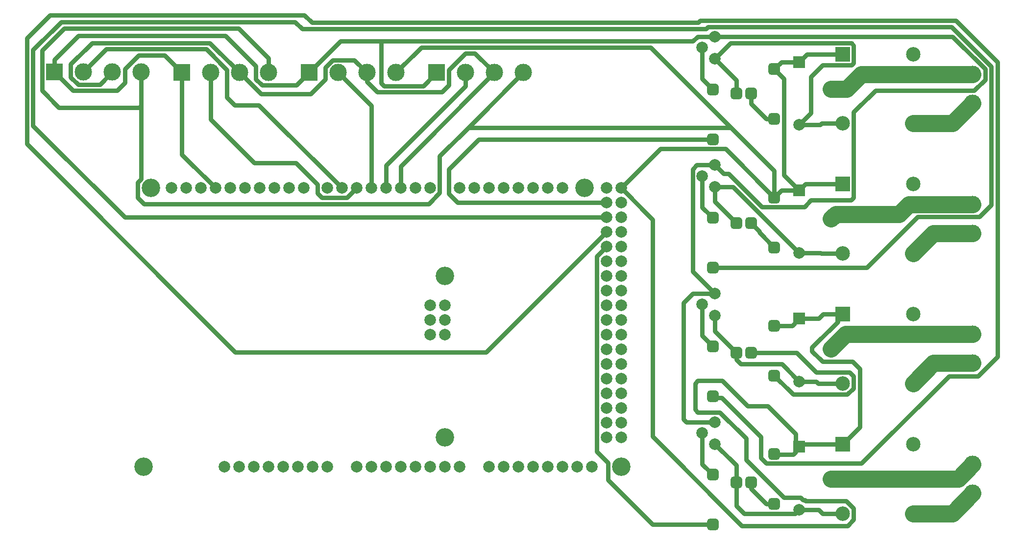
<source format=gbl>
G04*
G04 #@! TF.GenerationSoftware,Altium Limited,Altium Designer,20.1.11 (218)*
G04*
G04 Layer_Physical_Order=2*
G04 Layer_Color=16711680*
%FSLAX44Y44*%
%MOMM*%
G71*
G04*
G04 #@! TF.SameCoordinates,70D08CB9-F93F-4FC0-99EC-3DFA74B136D4*
G04*
G04*
G04 #@! TF.FilePolarity,Positive*
G04*
G01*
G75*
%ADD10C,0.8000*%
%ADD11C,3.0000*%
%ADD12C,2.5000*%
%ADD13R,2.5000X2.5000*%
%ADD14C,3.0000*%
%ADD15R,3.0000X3.0000*%
%ADD16C,3.1999*%
%ADD17C,2.0000*%
G04:AMPARAMS|DCode=18|XSize=2mm|YSize=2mm|CornerRadius=0.5mm|HoleSize=0mm|Usage=FLASHONLY|Rotation=90.000|XOffset=0mm|YOffset=0mm|HoleType=Round|Shape=RoundedRectangle|*
%AMROUNDEDRECTD18*
21,1,2.0000,1.0000,0,0,90.0*
21,1,1.0000,2.0000,0,0,90.0*
1,1,1.0000,0.5000,0.5000*
1,1,1.0000,0.5000,-0.5000*
1,1,1.0000,-0.5000,-0.5000*
1,1,1.0000,-0.5000,0.5000*
%
%ADD18ROUNDEDRECTD18*%
G04:AMPARAMS|DCode=19|XSize=2mm|YSize=2mm|CornerRadius=0.5mm|HoleSize=0mm|Usage=FLASHONLY|Rotation=0.000|XOffset=0mm|YOffset=0mm|HoleType=Round|Shape=RoundedRectangle|*
%AMROUNDEDRECTD19*
21,1,2.0000,1.0000,0,0,0.0*
21,1,1.0000,2.0000,0,0,0.0*
1,1,1.0000,0.5000,-0.5000*
1,1,1.0000,-0.5000,-0.5000*
1,1,1.0000,-0.5000,0.5000*
1,1,1.0000,0.5000,0.5000*
%
%ADD19ROUNDEDRECTD19*%
%ADD20R,2.0000X2.0000*%
D10*
X1309000Y145180D02*
X1310180Y144000D01*
X1346000Y148686D02*
Y151380D01*
X1310180Y144000D02*
X1341313D01*
X1346000Y148686D01*
Y151380D02*
X1354310Y159690D01*
X1295400Y128524D02*
X1459738D01*
X1285748Y138176D02*
X1295400Y128524D01*
X1459738D02*
X1610614Y279400D01*
X1346000Y163380D02*
Y180000D01*
X1262997Y227983D02*
X1298017D01*
X1346000Y180000D01*
X1349690Y159690D02*
X1354310D01*
X1346000Y163380D02*
X1349690Y159690D01*
X1218980Y272000D02*
X1262997Y227983D01*
X1356620Y162000D02*
X1427000D01*
X1152144Y205132D02*
X1156830Y200446D01*
X1206160D01*
X1152144Y205132D02*
Y406481D01*
X1176686Y272000D02*
X1218980D01*
X1172000Y221856D02*
Y267314D01*
X1176686Y272000D01*
X1172000Y221856D02*
X1176686Y217170D01*
X1215136D01*
X1152144Y406481D02*
X1168400Y422737D01*
X1285748Y138176D02*
Y174252D01*
X1202660Y245112D02*
X1205567Y242205D01*
X1217795D01*
X1285748Y174252D01*
X1363000Y64000D02*
X1433076D01*
X1354011Y70000D02*
X1359011Y65000D01*
X1362000D02*
X1363000Y64000D01*
X1359011Y65000D02*
X1362000D01*
X1260602Y135021D02*
X1325623Y70000D01*
X1354011D01*
X1433076Y64000D02*
X1446276Y50800D01*
X1446040Y821791D02*
Y852209D01*
X1442209Y817960D02*
X1446040Y821791D01*
X1417498Y817960D02*
X1442209D01*
X1234000Y710000D02*
X1309000Y635000D01*
X1095260Y848740D02*
X1234000Y710000D01*
X730758Y660758D02*
X780000Y710000D01*
X875000Y805000D01*
X780000Y710000D02*
X1234000D01*
X698740Y848740D02*
X1095260D01*
X775200Y838200D02*
X791800D01*
X746760Y783336D02*
Y809760D01*
X775200Y838200D01*
X215000Y744474D02*
Y748400D01*
X630000Y786750D02*
X634686Y782064D01*
X559280Y859280D02*
X630000D01*
X1168398D01*
X634686Y782064D02*
X702063D01*
X630000Y786750D02*
Y859280D01*
X605000Y788952D02*
X622554Y771398D01*
X605000Y788952D02*
Y805000D01*
X583230Y826770D02*
X605000Y805000D01*
X505000D02*
X559280Y859280D01*
X27650Y844109D02*
X76541Y893000D01*
X481075D02*
X493203Y880872D01*
X76541Y893000D02*
X481075D01*
X57489Y904809D02*
X497075D01*
X510472Y891412D01*
X17110Y864430D02*
X57489Y904809D01*
X106746Y869000D02*
X360249D01*
X65000Y827254D02*
X106746Y869000D01*
X360249D02*
X413258Y815991D01*
X208861Y614536D02*
X215000Y620676D01*
X219686Y577596D02*
X711454D01*
X215000Y620676D02*
Y744474D01*
X208861Y588422D02*
Y614536D01*
Y588422D02*
X219686Y577596D01*
X72898Y744474D02*
X211074D01*
X215000Y748400D01*
Y806000D01*
X1374314Y322686D02*
X1392200Y304800D01*
X1418500Y378500D02*
X1427000Y387000D01*
X1418500Y373500D02*
Y378500D01*
X1374314Y329314D02*
X1418500Y373500D01*
X1374314Y322686D02*
Y329314D01*
X1392200Y304800D02*
X1443990D01*
X1372285Y584000D02*
X1441590D01*
X1446276Y588686D01*
Y736600D01*
X1230122Y629920D02*
X1287522Y572520D01*
X1360805D01*
X1372285Y584000D01*
X1556474Y555460D02*
X1663850D01*
X1468417Y467403D02*
X1556474Y555460D01*
X1663850D02*
X1684080Y575690D01*
X1446276Y736600D02*
X1483676Y774000D01*
X1654462D02*
X1673540Y793078D01*
X1483676Y774000D02*
X1654462D01*
X1617142Y867320D02*
X1673540Y810922D01*
Y793078D02*
Y810922D01*
X1176438Y867320D02*
X1206160D01*
X1617142D01*
X1417497Y817960D02*
X1417498Y817960D01*
X1442209Y856040D02*
X1446040Y852209D01*
X1232980Y856040D02*
X1442209D01*
X1392508Y817960D02*
X1417497D01*
X1694620Y313114D02*
Y823540D01*
X1623095Y895066D02*
X1694620Y823540D01*
X1684080Y575690D02*
Y815288D01*
X1615448Y883920D02*
X1684080Y815288D01*
X1660906Y279400D02*
X1694620Y313114D01*
X1194054Y883920D02*
X1615448D01*
X730758Y596900D02*
Y660758D01*
X711454Y577596D02*
X730758Y596900D01*
X1044200Y605200D02*
X1112100Y673100D01*
X1224960D01*
X1309000Y589060D01*
X1365620Y837000D02*
X1427000D01*
X1352000Y823380D02*
X1365620Y837000D01*
X1321380Y823380D02*
X1352000D01*
X1309000Y811000D02*
X1321380Y823380D01*
X1044200Y605200D02*
X1098804Y550596D01*
Y175260D02*
Y550596D01*
Y175260D02*
X1253236Y20828D01*
X1435354D01*
X1446276Y31750D01*
Y50800D01*
X1260602Y135021D02*
Y171704D01*
X1215136Y217170D02*
X1260602Y171704D01*
X1309000Y811000D02*
X1325626Y794374D01*
Y627754D02*
Y794374D01*
Y627754D02*
X1352000Y601380D01*
X1309000Y589060D02*
Y635000D01*
X655000Y805000D02*
X698740Y848740D01*
X1352000Y714620D02*
X1372362Y734982D01*
Y797814D01*
X1392508Y817960D01*
X1206160Y829220D02*
X1232980Y856040D01*
X1268700Y751494D02*
Y769000D01*
Y751494D02*
X1295554Y724640D01*
X1309000D01*
X1206160Y581807D02*
X1243300Y544667D01*
X1206160Y581807D02*
Y606928D01*
X186580Y554400D02*
X1018800D01*
X27650Y713331D02*
X186580Y554400D01*
X27650Y713331D02*
Y844109D01*
X493203Y880872D02*
X1191006D01*
X1194054Y883920D01*
X1202660Y467403D02*
X1468417D01*
X1167892Y461005D02*
X1206160Y422737D01*
X1167892Y461005D02*
Y638170D01*
X1174750Y645028D01*
X1206160D01*
X1221269Y629920D01*
X1230122D01*
X1168398Y859280D02*
X1176438Y867320D01*
X702063Y782064D02*
X725000Y805000D01*
X285000Y663360D02*
Y805000D01*
Y663360D02*
X343160Y605200D01*
X1184570Y571853D02*
Y625978D01*
Y571853D02*
X1202660Y553763D01*
X1184570Y127270D02*
Y181396D01*
Y127270D02*
X1202660Y109180D01*
X791800Y838200D02*
X825000Y805000D01*
X734822Y771398D02*
X746760Y783336D01*
X622554Y771398D02*
X734822D01*
X385000Y805000D02*
X422158Y767842D01*
X508000D01*
X533400Y793242D01*
Y814070D01*
X546100Y826770D01*
X583230D01*
X612400Y605200D02*
Y747600D01*
X555000Y805000D02*
X612400Y747600D01*
X637800Y605200D02*
Y644404D01*
X775000Y781604D01*
Y805000D01*
X663200Y605200D02*
Y643200D01*
X825000Y805000D01*
X115000Y806000D02*
X154965Y845965D01*
X327013D01*
X363220Y809758D01*
Y762000D02*
Y809758D01*
Y762000D02*
X376174Y749046D01*
X417754D01*
X561600Y605200D01*
X143460Y784460D02*
X165000Y806000D01*
X106077Y784460D02*
X143460D01*
X93218Y797319D02*
X106077Y784460D01*
X93218Y797319D02*
Y819404D01*
X130319Y856505D01*
X333495D01*
X385000Y805000D01*
X43434Y773938D02*
X72898Y744474D01*
X43434Y773938D02*
Y843280D01*
X82136Y881982D01*
X382885D01*
X435000Y829868D01*
Y805000D02*
Y829868D01*
X483336Y783336D02*
X505000Y805000D01*
X423672Y783336D02*
X483336D01*
X413258Y793750D02*
X423672Y783336D01*
X413258Y793750D02*
Y815991D01*
X65000Y806000D02*
Y827254D01*
X810856Y321056D02*
X1018800Y529000D01*
X377755Y321056D02*
X810856D01*
X17110Y681701D02*
X377755Y321056D01*
X17110Y681701D02*
Y864430D01*
X510472Y891412D02*
X1177407D01*
X1181061Y895066D01*
X1623095D01*
X1610614Y279400D02*
X1660906D01*
X1184570Y794144D02*
Y848270D01*
Y794144D02*
X1202660Y776054D01*
X255102Y834898D02*
X285000Y805000D01*
X210566Y834898D02*
X255102D01*
X187198Y811530D02*
X210566Y834898D01*
X187198Y787400D02*
Y811530D01*
X173482Y773684D02*
X187198Y787400D01*
X97316Y773684D02*
X173482D01*
X65000Y806000D02*
X97316Y773684D01*
X570318Y588518D02*
X587000Y605200D01*
X527050Y588518D02*
X570318D01*
X519430Y596138D02*
X527050Y588518D01*
X519430Y596138D02*
Y611632D01*
X482600Y648462D02*
X519430Y611632D01*
X410438Y648462D02*
X482600D01*
X335000Y723900D02*
X410438Y648462D01*
X335000Y723900D02*
Y805000D01*
X1427000Y162000D02*
X1456690Y191690D01*
Y292100D01*
X1443990Y304800D02*
X1456690Y292100D01*
X1362620Y612000D02*
X1427000D01*
X1352000Y601380D02*
X1362620Y612000D01*
X1206160Y606928D02*
X1237691D01*
X1352000Y492620D01*
X797898Y689694D02*
X1202660D01*
X746351Y638147D02*
X797898Y689694D01*
X746351Y595450D02*
Y638147D01*
Y595450D02*
X762000Y579800D01*
X1018800D01*
X1002030Y486830D02*
X1018800Y503600D01*
X1002030Y149352D02*
Y486830D01*
Y149352D02*
X1021588Y129794D01*
Y100076D02*
Y129794D01*
Y100076D02*
X1098844Y22820D01*
X1202660D01*
X1268700Y320333D02*
X1347431D01*
X1381723Y286041D01*
X1439400D01*
X1446040Y279400D01*
Y258844D02*
Y279400D01*
X1435100Y247904D02*
X1446040Y258844D01*
X1341856Y247904D02*
X1435100D01*
X1309000Y280760D02*
X1341856Y247904D01*
X1339740Y367120D02*
X1352000Y379380D01*
X1309000Y367120D02*
X1339740D01*
X1268700Y85266D02*
Y96000D01*
Y85266D02*
X1295146Y58820D01*
X1309000D01*
X1344782Y41402D02*
X1352000Y48620D01*
X1257300Y41402D02*
X1344782D01*
X1243300Y55402D02*
X1257300Y41402D01*
X1243300Y55402D02*
Y96000D01*
X1168400Y422737D02*
X1206160D01*
X1243300Y96000D02*
Y125206D01*
X1206160Y162346D02*
X1243300Y125206D01*
X1206160Y357473D02*
X1243300Y320333D01*
X1206160Y357473D02*
Y384637D01*
X1321320Y601380D02*
X1352000D01*
X1309000Y589060D02*
X1321320Y601380D01*
X1385201Y267000D02*
X1427000D01*
X1381581Y270620D02*
X1385201Y267000D01*
X1352000Y270620D02*
X1381581D01*
X1243300Y308132D02*
Y320333D01*
Y308132D02*
X1250950Y300482D01*
X1322138D01*
X1352000Y270620D01*
X1268700Y544667D02*
X1283015Y530352D01*
Y528685D02*
Y530352D01*
Y528685D02*
X1309000Y502700D01*
X1243300Y769000D02*
Y792080D01*
X1206160Y829220D02*
X1243300Y792080D01*
X1184570Y349561D02*
Y403687D01*
Y349561D02*
X1202660Y331471D01*
X1393190Y387000D02*
X1427000D01*
X1385570Y379380D02*
X1393190Y387000D01*
X1352000Y379380D02*
X1385570D01*
X1390490Y717000D02*
X1427000D01*
X1388110Y714620D02*
X1390490Y717000D01*
X1352000Y714620D02*
X1388110D01*
X1389746Y492000D02*
X1427000D01*
X1389126Y492620D02*
X1389746Y492000D01*
X1352000Y492620D02*
X1389126D01*
X1392698Y42000D02*
X1427000D01*
X1386078Y48620D02*
X1392698Y42000D01*
X1352000Y48620D02*
X1386078D01*
D11*
X1626850Y102000D02*
X1652000Y127150D01*
X1407000Y102000D02*
X1626850D01*
X1407000Y777000D02*
X1434000D01*
X1459000Y802000D02*
X1652000D01*
X1434000Y777000D02*
X1459000Y802000D01*
X1549000Y42000D02*
X1616850D01*
X1652000Y77150D01*
X1407000Y552000D02*
X1415000Y560000D01*
X1524888D02*
X1541888Y577000D01*
X1415000Y560000D02*
X1524888D01*
X1651950Y577000D02*
X1652000Y577050D01*
X1541888Y577000D02*
X1651950D01*
X1549000Y717000D02*
X1617000D01*
X1652000Y752000D01*
X1584050Y527050D02*
X1652000D01*
X1549000Y492000D02*
X1584050Y527050D01*
X1584100Y302100D02*
X1652000D01*
X1549000Y267000D02*
X1584100Y302100D01*
X1432100Y352100D02*
X1652000D01*
X1407000Y327000D02*
X1432100Y352100D01*
D12*
X1549000Y162000D02*
D03*
Y42000D02*
D03*
X1427000D02*
D03*
X1407000Y102000D02*
D03*
Y777000D02*
D03*
X1427000Y717000D02*
D03*
X1549000D02*
D03*
Y837000D02*
D03*
X1407000Y552000D02*
D03*
X1427000Y492000D02*
D03*
X1549000D02*
D03*
Y612000D02*
D03*
X1407000Y327000D02*
D03*
X1427000Y267000D02*
D03*
X1549000D02*
D03*
Y387000D02*
D03*
D13*
X1427000Y162000D02*
D03*
Y837000D02*
D03*
Y612000D02*
D03*
Y387000D02*
D03*
D14*
X875000Y805000D02*
D03*
X825000D02*
D03*
X775000D02*
D03*
X1652000Y802000D02*
D03*
Y752000D02*
D03*
Y577050D02*
D03*
Y527050D02*
D03*
Y352100D02*
D03*
Y302100D02*
D03*
Y127150D02*
D03*
Y77150D02*
D03*
X215000Y806000D02*
D03*
X165000D02*
D03*
X115000D02*
D03*
X335000Y805000D02*
D03*
X385000D02*
D03*
X435000D02*
D03*
X655000D02*
D03*
X605000D02*
D03*
X555000D02*
D03*
D15*
X725000D02*
D03*
X65000Y806000D02*
D03*
X285000Y805000D02*
D03*
X505000D02*
D03*
D16*
X1044200Y122600D02*
D03*
X980700Y605200D02*
D03*
X739400Y173400D02*
D03*
Y452800D02*
D03*
X218700Y122600D02*
D03*
X231400Y605200D02*
D03*
D17*
X714000Y402000D02*
D03*
X739400D02*
D03*
X714000Y376600D02*
D03*
X739400D02*
D03*
X714000Y351200D02*
D03*
X739400D02*
D03*
X358400Y122600D02*
D03*
X383800D02*
D03*
X266960Y605200D02*
D03*
X292360D02*
D03*
X536200Y122600D02*
D03*
X510800D02*
D03*
X485400D02*
D03*
X460000D02*
D03*
X434600D02*
D03*
X409200D02*
D03*
X1044200Y605200D02*
D03*
X1018800D02*
D03*
X1044200Y173400D02*
D03*
X1018800D02*
D03*
Y376600D02*
D03*
X1044200D02*
D03*
X1018800Y351200D02*
D03*
X1044200D02*
D03*
X1018800Y325800D02*
D03*
X1044200D02*
D03*
X1018800Y300400D02*
D03*
X1044200D02*
D03*
X1018800Y275000D02*
D03*
X1044200D02*
D03*
X1018800Y249600D02*
D03*
X1044200D02*
D03*
X1018800Y224200D02*
D03*
X1044200D02*
D03*
X1018800Y198800D02*
D03*
X1044200D02*
D03*
X1018800Y579800D02*
D03*
X1044200D02*
D03*
X1018800Y554400D02*
D03*
X1044200D02*
D03*
X1018800Y529000D02*
D03*
X1044200D02*
D03*
X1018800Y503600D02*
D03*
X1044200D02*
D03*
X1018800Y478200D02*
D03*
X1044200D02*
D03*
X1018800Y452800D02*
D03*
X1044200D02*
D03*
X1018800Y427400D02*
D03*
X1044200D02*
D03*
X1018800Y402000D02*
D03*
X1044200D02*
D03*
X317760Y605200D02*
D03*
X495560D02*
D03*
X470160D02*
D03*
X444760D02*
D03*
X419360D02*
D03*
X393960D02*
D03*
X368560D02*
D03*
X343160D02*
D03*
X536200D02*
D03*
X714000D02*
D03*
X688600D02*
D03*
X663200D02*
D03*
X637800D02*
D03*
X612400D02*
D03*
X587000D02*
D03*
X561600D02*
D03*
X587000Y122600D02*
D03*
X764800D02*
D03*
X739400D02*
D03*
X714000D02*
D03*
X688600D02*
D03*
X663200D02*
D03*
X637800D02*
D03*
X612400D02*
D03*
X764800Y605200D02*
D03*
X942600D02*
D03*
X917200D02*
D03*
X891800D02*
D03*
X866400D02*
D03*
X841000D02*
D03*
X815600D02*
D03*
X790200D02*
D03*
X815600Y122600D02*
D03*
X993400D02*
D03*
X968000D02*
D03*
X942600D02*
D03*
X917200D02*
D03*
X891800D02*
D03*
X866400D02*
D03*
X841000D02*
D03*
X1206160Y867320D02*
D03*
Y829220D02*
D03*
X1184570Y848270D02*
D03*
Y625978D02*
D03*
X1206160Y606928D02*
D03*
Y645028D02*
D03*
Y422737D02*
D03*
Y384637D02*
D03*
X1184570Y403687D02*
D03*
Y181396D02*
D03*
X1206160Y162346D02*
D03*
Y200446D02*
D03*
X1352000Y714620D02*
D03*
Y492620D02*
D03*
Y270620D02*
D03*
Y48620D02*
D03*
D18*
X1309000Y724640D02*
D03*
Y811000D02*
D03*
X1202660Y689694D02*
D03*
Y776054D02*
D03*
X1309000Y502700D02*
D03*
Y589060D02*
D03*
X1202660Y467403D02*
D03*
Y553763D02*
D03*
X1309000Y280760D02*
D03*
Y367120D02*
D03*
X1202660Y245112D02*
D03*
Y331471D02*
D03*
X1309000Y58820D02*
D03*
Y145180D02*
D03*
X1202660Y22820D02*
D03*
Y109180D02*
D03*
D19*
X1268700Y769000D02*
D03*
X1243300D02*
D03*
X1268700Y544667D02*
D03*
X1243300D02*
D03*
X1268700Y320333D02*
D03*
X1243300D02*
D03*
X1268700Y96000D02*
D03*
X1243300D02*
D03*
D20*
X1352000Y823380D02*
D03*
Y601380D02*
D03*
Y379380D02*
D03*
Y157380D02*
D03*
M02*

</source>
